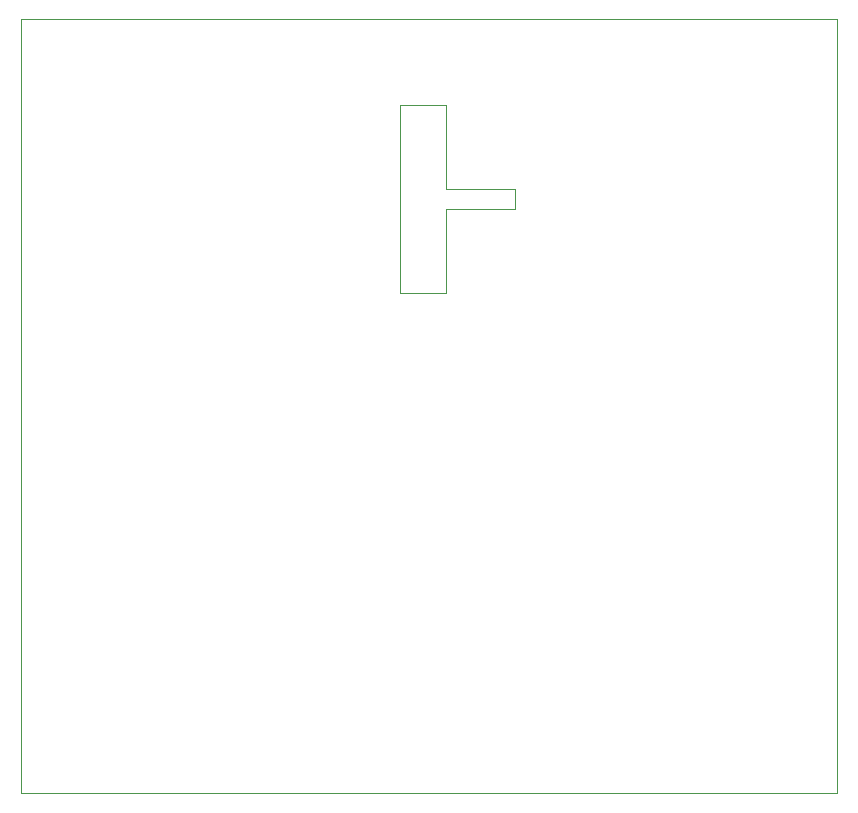
<source format=gm1>
G04 #@! TF.GenerationSoftware,KiCad,Pcbnew,no-vcs-found-7652~57~ubuntu16.04.1*
G04 #@! TF.CreationDate,2017-02-14T17:18:47+02:00*
G04 #@! TF.ProjectId,heater_node,6865617465725F6E6F64652E6B696361,rev?*
G04 #@! TF.FileFunction,Profile,NP*
%FSLAX46Y46*%
G04 Gerber Fmt 4.6, Leading zero omitted, Abs format (unit mm)*
G04 Created by KiCad (PCBNEW no-vcs-found-7652~57~ubuntu16.04.1) date Tue Feb 14 17:18:47 2017*
%MOMM*%
%LPD*%
G01*
G04 APERTURE LIST*
%ADD10C,0.100000*%
G04 APERTURE END LIST*
D10*
X151100000Y-64700000D02*
X147224920Y-64700000D01*
X151100000Y-71850000D02*
X151100000Y-64699607D01*
X151100000Y-80675000D02*
X147224920Y-80675000D01*
X151100000Y-80675393D02*
X151100000Y-73525000D01*
X147225000Y-64700000D02*
X147225000Y-80675000D01*
X156950000Y-73525000D02*
X151100000Y-73525000D01*
X156950000Y-71850000D02*
X156950000Y-73525000D01*
X156950053Y-71850000D02*
X151100000Y-71850000D01*
X115150000Y-122975000D02*
X115150000Y-57475000D01*
X184250000Y-122975000D02*
X115150000Y-122975000D01*
X184250000Y-57475000D02*
X184250000Y-122975000D01*
X115150000Y-57475000D02*
X184250000Y-57475000D01*
M02*

</source>
